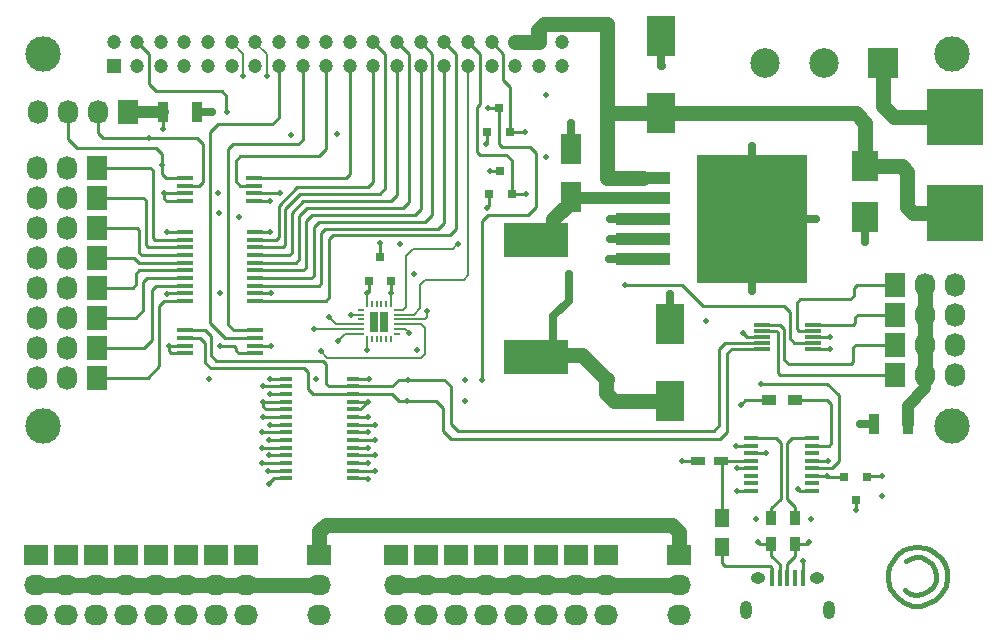
<source format=gbr>
G04 #@! TF.FileFunction,Copper,L1,Top,Signal*
%FSLAX46Y46*%
G04 Gerber Fmt 4.6, Leading zero omitted, Abs format (unit mm)*
G04 Created by KiCad (PCBNEW (2015-11-11 BZR 6310)-product) date Sun 20 Dec 2015 11:13:31 PM CST*
%MOMM*%
G01*
G04 APERTURE LIST*
%ADD10C,0.100000*%
%ADD11C,0.381000*%
%ADD12C,3.000000*%
%ADD13R,1.727200X2.032000*%
%ADD14O,1.727200X2.032000*%
%ADD15R,0.400000X1.350000*%
%ADD16O,1.250000X0.950000*%
%ADD17O,1.000000X1.550000*%
%ADD18R,0.800100X0.800100*%
%ADD19R,2.032000X1.727200*%
%ADD20O,2.032000X1.727200*%
%ADD21R,4.600000X1.100000*%
%ADD22R,9.400000X10.800000*%
%ADD23R,0.900000X1.200000*%
%ADD24R,2.400300X3.500120*%
%ADD25R,1.200000X0.400000*%
%ADD26R,1.200000X0.750000*%
%ADD27R,1.450000X0.450000*%
%ADD28R,1.100000X0.400000*%
%ADD29R,1.400000X0.300000*%
%ADD30R,0.200000X0.550000*%
%ADD31R,0.550000X0.200000*%
%ADD32R,0.800000X0.875000*%
%ADD33C,2.500000*%
%ADD34R,2.500000X2.500000*%
%ADD35R,1.200000X0.900000*%
%ADD36R,4.700000X4.700000*%
%ADD37R,1.200000X1.200000*%
%ADD38C,1.200000*%
%ADD39R,0.900000X1.700000*%
%ADD40R,2.301240X2.499360*%
%ADD41R,1.800860X2.499360*%
%ADD42R,1.250000X1.500000*%
%ADD43R,5.400040X2.900680*%
%ADD44C,0.508000*%
%ADD45C,0.203200*%
%ADD46C,0.254000*%
%ADD47C,0.635000*%
%ADD48C,1.016000*%
%ADD49C,1.270000*%
G04 APERTURE END LIST*
D10*
D11*
X184066180Y-125404880D02*
X184566560Y-125707140D01*
X184566560Y-125707140D02*
X185066940Y-125806200D01*
X185066940Y-125806200D02*
X185564780Y-125707140D01*
X185564780Y-125707140D02*
X186065160Y-125506480D01*
X186065160Y-125506480D02*
X186466480Y-125105160D01*
X186466480Y-125105160D02*
X186766200Y-124604780D01*
X186766200Y-124604780D02*
X186766200Y-124206000D01*
X186766200Y-124206000D02*
X186667140Y-123705620D01*
X186667140Y-123705620D02*
X186364880Y-123205240D01*
X186364880Y-123205240D02*
X186065160Y-122905520D01*
X186065160Y-122905520D02*
X185465720Y-122605800D01*
X185465720Y-122605800D02*
X185066940Y-122605800D01*
X185066940Y-122605800D02*
X184665620Y-122704860D01*
X184665620Y-122704860D02*
X184165240Y-122905520D01*
X185166000Y-121706640D02*
X185066940Y-121706640D01*
X185066940Y-121706640D02*
X184464960Y-121805700D01*
X184464960Y-121805700D02*
X183967120Y-122006360D01*
X183967120Y-122006360D02*
X183466740Y-122405140D01*
X183466740Y-122405140D02*
X182966360Y-123007120D01*
X182966360Y-123007120D02*
X182765700Y-123405900D01*
X182765700Y-123405900D02*
X182666640Y-123906280D01*
X182666640Y-123906280D02*
X182666640Y-124505720D01*
X182666640Y-124505720D02*
X182864760Y-125305820D01*
X182864760Y-125305820D02*
X183466740Y-126006860D01*
X183466740Y-126006860D02*
X183967120Y-126405640D01*
X183967120Y-126405640D02*
X184665620Y-126705360D01*
X184665620Y-126705360D02*
X185465720Y-126705360D01*
X185465720Y-126705360D02*
X186065160Y-126507240D01*
X186065160Y-126507240D02*
X186667140Y-126204980D01*
X186667140Y-126204980D02*
X187164980Y-125707140D01*
X187164980Y-125707140D02*
X187566300Y-125006100D01*
X187566300Y-125006100D02*
X187665360Y-124406660D01*
X187665360Y-124406660D02*
X187665360Y-123807220D01*
X187665360Y-123807220D02*
X187467240Y-123205240D01*
X187467240Y-123205240D02*
X187164980Y-122704860D01*
X187164980Y-122704860D02*
X186667140Y-122207020D01*
X186667140Y-122207020D02*
X186166760Y-121904760D01*
X186166760Y-121904760D02*
X185765440Y-121805700D01*
X185765440Y-121805700D02*
X185166000Y-121706640D01*
D12*
X188100000Y-111500000D03*
X111100000Y-111500000D03*
X188100000Y-80000000D03*
X111100000Y-80000000D03*
D13*
X183300000Y-99520000D03*
D14*
X185840000Y-99520000D03*
X188380000Y-99520000D03*
D13*
X183300000Y-102060000D03*
D14*
X185840000Y-102060000D03*
X188380000Y-102060000D03*
D13*
X183300000Y-104600000D03*
D14*
X185840000Y-104600000D03*
X188380000Y-104600000D03*
D13*
X183300000Y-107140000D03*
D14*
X185840000Y-107140000D03*
X188380000Y-107140000D03*
D13*
X115736000Y-89614000D03*
D14*
X113196000Y-89614000D03*
X110656000Y-89614000D03*
D13*
X115736000Y-92154000D03*
D14*
X113196000Y-92154000D03*
X110656000Y-92154000D03*
D13*
X115736000Y-94694000D03*
D14*
X113196000Y-94694000D03*
X110656000Y-94694000D03*
D13*
X115736000Y-97234000D03*
D14*
X113196000Y-97234000D03*
X110656000Y-97234000D03*
D13*
X115736000Y-99774000D03*
D14*
X113196000Y-99774000D03*
X110656000Y-99774000D03*
D13*
X115736000Y-102314000D03*
D14*
X113196000Y-102314000D03*
X110656000Y-102314000D03*
D13*
X115736000Y-104854000D03*
D14*
X113196000Y-104854000D03*
X110656000Y-104854000D03*
D13*
X115736000Y-107394000D03*
D14*
X113196000Y-107394000D03*
X110656000Y-107394000D03*
D15*
X172855100Y-124373460D03*
X173505100Y-124373460D03*
X174155100Y-124373460D03*
X174805100Y-124373460D03*
X175455100Y-124373460D03*
D16*
X171655100Y-124373460D03*
X176655100Y-124373460D03*
D17*
X170655100Y-127073460D03*
X177655100Y-127073460D03*
D18*
X148896000Y-91888760D03*
X150796000Y-91888760D03*
X149846000Y-89889780D03*
X148746000Y-86578760D03*
X150646000Y-86578760D03*
X149696000Y-84579780D03*
D19*
X110529000Y-122380000D03*
D20*
X110529000Y-124920000D03*
X110529000Y-127460000D03*
D19*
X113069000Y-122380000D03*
D20*
X113069000Y-124920000D03*
X113069000Y-127460000D03*
D19*
X115609000Y-122380000D03*
D20*
X115609000Y-124920000D03*
X115609000Y-127460000D03*
D19*
X118149000Y-122380000D03*
D20*
X118149000Y-124920000D03*
X118149000Y-127460000D03*
D19*
X120689000Y-122380000D03*
D20*
X120689000Y-124920000D03*
X120689000Y-127460000D03*
D19*
X123229000Y-122380000D03*
D20*
X123229000Y-124920000D03*
X123229000Y-127460000D03*
D19*
X125769000Y-122380000D03*
D20*
X125769000Y-124920000D03*
X125769000Y-127460000D03*
D19*
X128309000Y-122380000D03*
D20*
X128309000Y-124920000D03*
X128309000Y-127460000D03*
D19*
X141009000Y-122380000D03*
D20*
X141009000Y-124920000D03*
X141009000Y-127460000D03*
D19*
X143549000Y-122380000D03*
D20*
X143549000Y-124920000D03*
X143549000Y-127460000D03*
D19*
X146089000Y-122380000D03*
D20*
X146089000Y-124920000D03*
X146089000Y-127460000D03*
D19*
X148629000Y-122380000D03*
D20*
X148629000Y-124920000D03*
X148629000Y-127460000D03*
D19*
X151169000Y-122380000D03*
D20*
X151169000Y-124920000D03*
X151169000Y-127460000D03*
D19*
X153709000Y-122380000D03*
D20*
X153709000Y-124920000D03*
X153709000Y-127460000D03*
D19*
X156249000Y-122380000D03*
D20*
X156249000Y-124920000D03*
X156249000Y-127460000D03*
D19*
X158789000Y-122380000D03*
D20*
X158789000Y-124920000D03*
X158789000Y-127460000D03*
D21*
X161964000Y-97332000D03*
X161964000Y-95632000D03*
X161964000Y-92232000D03*
D22*
X171114000Y-93932000D03*
D21*
X161964000Y-93932000D03*
X161964000Y-90532000D03*
D23*
X174834000Y-119248000D03*
X174834000Y-121448000D03*
X172802000Y-119248000D03*
X172802000Y-121448000D03*
D19*
X134532000Y-122380000D03*
D20*
X134532000Y-124920000D03*
X134532000Y-127460000D03*
D19*
X165012000Y-122380000D03*
D20*
X165012000Y-124920000D03*
X165012000Y-127460000D03*
D24*
X163488000Y-84991200D03*
X163488000Y-78488800D03*
X164250000Y-109375200D03*
X164250000Y-102872800D03*
D25*
X176248000Y-116982500D03*
X176248000Y-116347500D03*
X176248000Y-115712500D03*
X176248000Y-115077500D03*
X176248000Y-114442500D03*
X176248000Y-113807500D03*
X176248000Y-113172500D03*
X176248000Y-112537500D03*
X171048000Y-112537500D03*
X171048000Y-113172500D03*
X171048000Y-113807500D03*
X171048000Y-114442500D03*
X171048000Y-115077500D03*
X171048000Y-115712500D03*
X171048000Y-116347500D03*
X171048000Y-116982500D03*
D26*
X168510000Y-114440000D03*
X166610000Y-114440000D03*
D27*
X129050000Y-105345000D03*
X129050000Y-104695000D03*
X129050000Y-104045000D03*
X129050000Y-103395000D03*
X123150000Y-103395000D03*
X123150000Y-104045000D03*
X123150000Y-104695000D03*
X123150000Y-105345000D03*
X129020000Y-92455000D03*
X129020000Y-91805000D03*
X129020000Y-91155000D03*
X129020000Y-90505000D03*
X123120000Y-90505000D03*
X123120000Y-91155000D03*
X123120000Y-91805000D03*
X123120000Y-92455000D03*
D28*
X131682000Y-107487000D03*
X131682000Y-108137000D03*
X131682000Y-108787000D03*
X131682000Y-109437000D03*
X131682000Y-110087000D03*
X131682000Y-110737000D03*
X131682000Y-111387000D03*
X131682000Y-112037000D03*
X131682000Y-112687000D03*
X131682000Y-113337000D03*
X131682000Y-113987000D03*
X131682000Y-114637000D03*
X131682000Y-115287000D03*
X131682000Y-115937000D03*
X137382000Y-115937000D03*
X137382000Y-115287000D03*
X137382000Y-114637000D03*
X137382000Y-113987000D03*
X137382000Y-113337000D03*
X137382000Y-112687000D03*
X137382000Y-112037000D03*
X137382000Y-111387000D03*
X137382000Y-110737000D03*
X137382000Y-110087000D03*
X137382000Y-109437000D03*
X137382000Y-108787000D03*
X137382000Y-108137000D03*
X137382000Y-107487000D03*
D29*
X176356000Y-104958000D03*
X176356000Y-104458000D03*
X176356000Y-103958000D03*
X176356000Y-103458000D03*
X176356000Y-102958000D03*
X171956000Y-102958000D03*
X171956000Y-103458000D03*
X171956000Y-103958000D03*
X171956000Y-104458000D03*
X171956000Y-104958000D03*
D13*
X118310000Y-84890000D03*
D14*
X115770000Y-84890000D03*
X113230000Y-84890000D03*
X110690000Y-84890000D03*
D27*
X129050000Y-100925000D03*
X129050000Y-100275000D03*
X129050000Y-99625000D03*
X129050000Y-98975000D03*
X129050000Y-98325000D03*
X129050000Y-97675000D03*
X129050000Y-97025000D03*
X129050000Y-96375000D03*
X129050000Y-95725000D03*
X129050000Y-95075000D03*
X123150000Y-95075000D03*
X123150000Y-95725000D03*
X123150000Y-96375000D03*
X123150000Y-97025000D03*
X123150000Y-97675000D03*
X123150000Y-98325000D03*
X123150000Y-98975000D03*
X123150000Y-99625000D03*
X123150000Y-100275000D03*
X123150000Y-100925000D03*
D30*
X138579000Y-104165000D03*
X138979000Y-104165000D03*
X139379000Y-104165000D03*
X139779000Y-104165000D03*
X140179000Y-104165000D03*
X140579000Y-104165000D03*
D31*
X141079000Y-103665000D03*
X141079000Y-103265000D03*
X141079000Y-102865000D03*
X141079000Y-102465000D03*
X141079000Y-102065000D03*
X141079000Y-101665000D03*
D30*
X140579000Y-101165000D03*
X140179000Y-101165000D03*
X139779000Y-101165000D03*
X139379000Y-101165000D03*
X138979000Y-101165000D03*
X138579000Y-101165000D03*
D31*
X138079000Y-101665000D03*
X138079000Y-102065000D03*
X138079000Y-102465000D03*
X138079000Y-102865000D03*
X138079000Y-103265000D03*
X138079000Y-103665000D03*
D32*
X139979000Y-102230000D03*
X139179000Y-102230000D03*
X139979000Y-103100000D03*
X139179000Y-103100000D03*
D33*
X172284000Y-80724000D03*
D34*
X182284000Y-80724000D03*
D33*
X177284000Y-80724000D03*
D35*
X174760000Y-109310000D03*
X172560000Y-109310000D03*
D18*
X180880000Y-115779240D03*
X178980000Y-115779240D03*
X179930000Y-117778220D03*
D36*
X188380000Y-93424000D03*
X188380000Y-85296000D03*
D37*
X117100000Y-81000000D03*
D38*
X117100000Y-79000000D03*
X119100000Y-81000000D03*
X119100000Y-79000000D03*
X121100000Y-81000000D03*
X121100000Y-79000000D03*
X123100000Y-81000000D03*
X123100000Y-79000000D03*
X125100000Y-81000000D03*
X125100000Y-79000000D03*
X127100000Y-81000000D03*
X127100000Y-79000000D03*
X129100000Y-81000000D03*
X129100000Y-79000000D03*
X131100000Y-81000000D03*
X131100000Y-79000000D03*
X133100000Y-81000000D03*
X133100000Y-79000000D03*
X135100000Y-81000000D03*
X135100000Y-79000000D03*
X137100000Y-81000000D03*
X137100000Y-79000000D03*
X139100000Y-81000000D03*
X139100000Y-79000000D03*
X141100000Y-81000000D03*
X141100000Y-79000000D03*
X143100000Y-81000000D03*
X143100000Y-79000000D03*
X145100000Y-81000000D03*
X145100000Y-79000000D03*
X147100000Y-81000000D03*
X147100000Y-79000000D03*
X149100000Y-81000000D03*
X149100000Y-79000000D03*
X151100000Y-81000000D03*
X151100000Y-79000000D03*
X153100000Y-81000000D03*
X153100000Y-79000000D03*
X155100000Y-81000000D03*
X155100000Y-79000000D03*
D39*
X121260000Y-84900000D03*
X124160000Y-84900000D03*
D18*
X138712000Y-99192760D03*
X140612000Y-99192760D03*
X139662000Y-97193780D03*
D40*
X180760000Y-89497160D03*
X180760000Y-93794840D03*
D41*
X155850000Y-92078980D03*
X155850000Y-88081020D03*
D42*
X168620000Y-119260000D03*
X168620000Y-121760000D03*
D39*
X184350000Y-111310000D03*
X181450000Y-111310000D03*
D43*
X152830000Y-95749540D03*
X152830000Y-105650460D03*
D44*
X142070000Y-103580000D03*
X138580000Y-105060000D03*
X131170000Y-91810000D03*
X127680000Y-93780000D03*
X132100000Y-86870000D03*
X136050000Y-86800000D03*
X148740000Y-93000000D03*
X148590000Y-87660000D03*
X130410000Y-104690000D03*
X130420000Y-100270000D03*
X152050000Y-91890000D03*
X160430000Y-99570000D03*
X148950000Y-89890000D03*
X151890000Y-86580000D03*
X138630000Y-110740000D03*
X148820000Y-84580000D03*
X148300000Y-107560000D03*
X141375000Y-96075000D03*
X142575000Y-98625000D03*
X142780000Y-105030000D03*
X137230000Y-102060000D03*
X130280000Y-116380000D03*
X129750000Y-109440000D03*
X138640000Y-109440000D03*
X130360000Y-92450000D03*
X126110000Y-104680000D03*
X167290000Y-102630000D03*
X159070000Y-97330000D03*
X180760000Y-95910000D03*
X177730000Y-104950000D03*
X177720000Y-103960000D03*
X164250000Y-100360000D03*
X138585000Y-100255000D03*
X134270000Y-107490000D03*
X182180000Y-117400000D03*
X182200000Y-115720000D03*
X165260000Y-114440000D03*
X171510000Y-119410000D03*
X176140000Y-119410000D03*
X159090000Y-93950000D03*
X171110000Y-100100000D03*
X176570000Y-93930000D03*
X171120000Y-87750000D03*
X155850000Y-85830000D03*
X163500000Y-81000000D03*
X177570000Y-114450000D03*
X169870000Y-115080000D03*
X175450000Y-122960000D03*
X130350000Y-107490000D03*
X129750000Y-108140000D03*
X130350000Y-108790000D03*
X125970000Y-91810000D03*
X126080000Y-100270000D03*
X121660000Y-95070000D03*
X121260000Y-86390000D03*
X171700000Y-121300000D03*
X175975000Y-121300000D03*
X159090000Y-95630000D03*
X172330000Y-113810000D03*
X139665000Y-96025000D03*
X153740000Y-83440000D03*
X153720000Y-88740000D03*
X125470000Y-84900000D03*
X125210000Y-107500000D03*
X126030000Y-93490000D03*
X180270000Y-111310000D03*
X170420000Y-103610000D03*
X146890000Y-109410000D03*
X146890000Y-107570000D03*
X138740000Y-107490000D03*
X121640000Y-100280000D03*
X141990000Y-107560000D03*
X141980000Y-109420000D03*
X129720000Y-110740000D03*
X130330000Y-111390000D03*
X121780000Y-104690000D03*
X121390000Y-91810000D03*
X120110000Y-87090000D03*
X121220000Y-89430000D03*
X130380000Y-95070000D03*
X129660000Y-112040000D03*
X130280000Y-112680000D03*
X129670000Y-113340000D03*
X130270000Y-113990000D03*
X129650000Y-114630000D03*
X130170000Y-115280000D03*
X138620000Y-115950000D03*
X139200000Y-115290000D03*
X138610000Y-114640000D03*
X139210000Y-113990000D03*
X138610000Y-113340000D03*
X139190000Y-112690000D03*
X138640000Y-112040000D03*
X139210000Y-111390000D03*
X171880000Y-107900000D03*
X158850000Y-107520000D03*
X158850000Y-108690000D03*
X155620000Y-98590000D03*
X175030000Y-116790000D03*
X140575000Y-100225000D03*
X143625000Y-101775000D03*
X134660000Y-105160000D03*
X146275000Y-96075000D03*
X135330000Y-102290000D03*
X128080000Y-81900000D03*
X134040000Y-103270000D03*
X136100000Y-104260000D03*
X130060000Y-81900000D03*
X179930000Y-118590000D03*
X169810000Y-113160000D03*
X177540000Y-115710000D03*
X126660000Y-84920000D03*
X170190000Y-109710000D03*
X169870000Y-116980000D03*
D45*
X141765000Y-103265000D02*
X142070000Y-103570000D01*
X141765000Y-103265000D02*
X141079000Y-103265000D01*
X142070000Y-103570000D02*
X142070000Y-103580000D01*
X138579000Y-105059000D02*
X138580000Y-105060000D01*
X138579000Y-105059000D02*
X138579000Y-104165000D01*
D46*
X129020000Y-91805000D02*
X131165000Y-91805000D01*
X131165000Y-91805000D02*
X131170000Y-91810000D01*
X148896000Y-92844000D02*
X148896000Y-91888760D01*
X148740000Y-93000000D02*
X148896000Y-92844000D01*
X148746000Y-87504000D02*
X148746000Y-86578760D01*
X148590000Y-87660000D02*
X148746000Y-87504000D01*
X129050000Y-104695000D02*
X130405000Y-104695000D01*
X130405000Y-104695000D02*
X130410000Y-104690000D01*
X130415000Y-100275000D02*
X129050000Y-100275000D01*
X130420000Y-100270000D02*
X130415000Y-100275000D01*
X147100000Y-79000000D02*
X147100000Y-79010000D01*
X147100000Y-79010000D02*
X148110000Y-80020000D01*
X148110000Y-80020000D02*
X148110000Y-84230000D01*
X148110000Y-84230000D02*
X147870000Y-84470000D01*
X147870000Y-84470000D02*
X147870000Y-88310000D01*
X147870000Y-88310000D02*
X148110000Y-88550000D01*
X148110000Y-88550000D02*
X150350000Y-88550000D01*
X150350000Y-88550000D02*
X150796000Y-88996000D01*
X150796000Y-88996000D02*
X150796000Y-91888760D01*
X150796000Y-91888760D02*
X152048760Y-91888760D01*
X152048760Y-91888760D02*
X152050000Y-91890000D01*
X176356000Y-104458000D02*
X174748000Y-104458000D01*
X165210000Y-99570000D02*
X160430000Y-99570000D01*
X166990000Y-101350000D02*
X165210000Y-99570000D01*
X173850000Y-101350000D02*
X166990000Y-101350000D01*
X174350000Y-101850000D02*
X173850000Y-101350000D01*
X174350000Y-104060000D02*
X174350000Y-101850000D01*
X174748000Y-104458000D02*
X174350000Y-104060000D01*
X149846000Y-89889780D02*
X148950220Y-89889780D01*
X148950220Y-89889780D02*
X148950000Y-89890000D01*
X150646000Y-86578760D02*
X150646000Y-82786000D01*
X150070000Y-79970000D02*
X149100000Y-79000000D01*
X150070000Y-82210000D02*
X150070000Y-79970000D01*
X150646000Y-82786000D02*
X150070000Y-82210000D01*
X150646000Y-86578760D02*
X151888760Y-86578760D01*
X151888760Y-86578760D02*
X151890000Y-86580000D01*
X149100000Y-79000000D02*
X149100000Y-79010000D01*
X150750000Y-86474760D02*
X150646000Y-86578760D01*
X148300000Y-107560000D02*
X148300000Y-94180000D01*
X148300000Y-94180000D02*
X148820000Y-93660000D01*
X148820000Y-93660000D02*
X152150000Y-93660000D01*
X152150000Y-93660000D02*
X152860000Y-92950000D01*
X152860000Y-92950000D02*
X152860000Y-88410000D01*
X152860000Y-88410000D02*
X152320000Y-87870000D01*
X152320000Y-87870000D02*
X149970000Y-87870000D01*
X149970000Y-87870000D02*
X149720000Y-87620000D01*
X149720000Y-87620000D02*
X149720000Y-84603780D01*
X137382000Y-110737000D02*
X138627000Y-110737000D01*
X138627000Y-110737000D02*
X138630000Y-110740000D01*
X149720000Y-84603780D02*
X149696000Y-84579780D01*
X149696000Y-84579780D02*
X148820220Y-84579780D01*
X148820220Y-84579780D02*
X148820000Y-84580000D01*
D45*
X138079000Y-102065000D02*
X137235000Y-102065000D01*
X137235000Y-102065000D02*
X137230000Y-102060000D01*
D46*
X131682000Y-115937000D02*
X130693000Y-115937000D01*
X130280000Y-116350000D02*
X130280000Y-116380000D01*
X130693000Y-115937000D02*
X130280000Y-116350000D01*
X131682000Y-110087000D02*
X129977000Y-110087000D01*
X129753000Y-109437000D02*
X129750000Y-109440000D01*
X129753000Y-109437000D02*
X131682000Y-109437000D01*
X129750000Y-109860000D02*
X129750000Y-109440000D01*
X129977000Y-110087000D02*
X129750000Y-109860000D01*
X137993000Y-110087000D02*
X138640000Y-109440000D01*
X137382000Y-110087000D02*
X137993000Y-110087000D01*
X138637000Y-109437000D02*
X137382000Y-109437000D01*
X138637000Y-109437000D02*
X138640000Y-109440000D01*
X129020000Y-92455000D02*
X130355000Y-92455000D01*
X130355000Y-92455000D02*
X130360000Y-92450000D01*
X129050000Y-105345000D02*
X127705000Y-105345000D01*
X127300000Y-104680000D02*
X126110000Y-104680000D01*
X127490000Y-104870000D02*
X127300000Y-104680000D01*
X127490000Y-105130000D02*
X127490000Y-104870000D01*
X127705000Y-105345000D02*
X127490000Y-105130000D01*
X138712000Y-99192760D02*
X138712000Y-100128000D01*
X138712000Y-100128000D02*
X138585000Y-100255000D01*
D47*
X159072000Y-97332000D02*
X159070000Y-97330000D01*
X159072000Y-97332000D02*
X161964000Y-97332000D01*
X180760000Y-93794840D02*
X180760000Y-95910000D01*
D46*
X176356000Y-104958000D02*
X177722000Y-104958000D01*
X177722000Y-104958000D02*
X177730000Y-104950000D01*
X176356000Y-103958000D02*
X177718000Y-103958000D01*
X177718000Y-103958000D02*
X177720000Y-103960000D01*
D47*
X164250000Y-102872800D02*
X164250000Y-100360000D01*
D45*
X138579000Y-101165000D02*
X138579000Y-100261000D01*
X138579000Y-100261000D02*
X138585000Y-100255000D01*
D46*
X182180000Y-115700000D02*
X180959240Y-115700000D01*
X182200000Y-115720000D02*
X182180000Y-115700000D01*
X180959240Y-115700000D02*
X180880000Y-115779240D01*
X165260000Y-114440000D02*
X166610000Y-114440000D01*
D47*
X161964000Y-93932000D02*
X159108000Y-93932000D01*
X159108000Y-93932000D02*
X159090000Y-93950000D01*
X171114000Y-93932000D02*
X171114000Y-100096000D01*
X171114000Y-100096000D02*
X171110000Y-100100000D01*
X171114000Y-93932000D02*
X176568000Y-93932000D01*
X176568000Y-93932000D02*
X176570000Y-93930000D01*
X171114000Y-93932000D02*
X171114000Y-87756000D01*
X171114000Y-87756000D02*
X171120000Y-87750000D01*
X155850000Y-88081020D02*
X155850000Y-85830000D01*
X163488000Y-78488800D02*
X163488000Y-80988000D01*
X163488000Y-80988000D02*
X163500000Y-81000000D01*
D46*
X176248000Y-114442500D02*
X177562500Y-114442500D01*
X177562500Y-114442500D02*
X177570000Y-114450000D01*
X171048000Y-115077500D02*
X169872500Y-115077500D01*
X169872500Y-115077500D02*
X169870000Y-115080000D01*
X175455100Y-124373460D02*
X175455100Y-122965100D01*
X175455100Y-122965100D02*
X175450000Y-122960000D01*
X131682000Y-107487000D02*
X130353000Y-107487000D01*
X130353000Y-107487000D02*
X130350000Y-107490000D01*
X131682000Y-108137000D02*
X129753000Y-108137000D01*
X129753000Y-108137000D02*
X129750000Y-108140000D01*
X131682000Y-108787000D02*
X130353000Y-108787000D01*
X130353000Y-108787000D02*
X130350000Y-108790000D01*
X123150000Y-95075000D02*
X121665000Y-95075000D01*
X121665000Y-95075000D02*
X121660000Y-95070000D01*
X121260000Y-84900000D02*
X121260000Y-86390000D01*
D48*
X121260000Y-84900000D02*
X118320000Y-84900000D01*
X118320000Y-84900000D02*
X118310000Y-84890000D01*
D46*
X176356000Y-103458000D02*
X175098000Y-103458000D01*
X180020000Y-99520000D02*
X183300000Y-99520000D01*
X179770000Y-99770000D02*
X180020000Y-99520000D01*
X179770000Y-100490000D02*
X179770000Y-99770000D01*
X179480000Y-100780000D02*
X179770000Y-100490000D01*
X175210000Y-100780000D02*
X179480000Y-100780000D01*
X174930000Y-101060000D02*
X175210000Y-100780000D01*
X174930000Y-103290000D02*
X174930000Y-101060000D01*
X175098000Y-103458000D02*
X174930000Y-103290000D01*
X176356000Y-102958000D02*
X179662000Y-102958000D01*
X180090000Y-102060000D02*
X183300000Y-102060000D01*
X179880000Y-102270000D02*
X180090000Y-102060000D01*
X179880000Y-102740000D02*
X179880000Y-102270000D01*
X179662000Y-102958000D02*
X179880000Y-102740000D01*
X171956000Y-102958000D02*
X173538000Y-102958000D01*
X179970000Y-104600000D02*
X183300000Y-104600000D01*
X179740000Y-104830000D02*
X179970000Y-104600000D01*
X179740000Y-106060000D02*
X179740000Y-104830000D01*
X179520000Y-106280000D02*
X179740000Y-106060000D01*
X174250000Y-106280000D02*
X179520000Y-106280000D01*
X173840000Y-105870000D02*
X174250000Y-106280000D01*
X173840000Y-103260000D02*
X173840000Y-105870000D01*
X173538000Y-102958000D02*
X173840000Y-103260000D01*
X171956000Y-103458000D02*
X173228000Y-103458000D01*
X173530000Y-107140000D02*
X183300000Y-107140000D01*
X173360000Y-106970000D02*
X173530000Y-107140000D01*
X173360000Y-103590000D02*
X173360000Y-106970000D01*
X173228000Y-103458000D02*
X173360000Y-103590000D01*
X123150000Y-95725000D02*
X120595000Y-95725000D01*
X120184000Y-89614000D02*
X115736000Y-89614000D01*
X120420000Y-89850000D02*
X120184000Y-89614000D01*
X120420000Y-95550000D02*
X120420000Y-89850000D01*
X120595000Y-95725000D02*
X120420000Y-95550000D01*
X123150000Y-96375000D02*
X120035000Y-96375000D01*
X119614000Y-92154000D02*
X115736000Y-92154000D01*
X119810000Y-92350000D02*
X119614000Y-92154000D01*
X119810000Y-96150000D02*
X119810000Y-92350000D01*
X120035000Y-96375000D02*
X119810000Y-96150000D01*
X123150000Y-97025000D02*
X119465000Y-97025000D01*
X119064000Y-94694000D02*
X115736000Y-94694000D01*
X119250000Y-94880000D02*
X119064000Y-94694000D01*
X119250000Y-96810000D02*
X119250000Y-94880000D01*
X119465000Y-97025000D02*
X119250000Y-96810000D01*
X123150000Y-97675000D02*
X119285000Y-97675000D01*
X118844000Y-97234000D02*
X115736000Y-97234000D01*
X119285000Y-97675000D02*
X118844000Y-97234000D01*
X123150000Y-98325000D02*
X119245000Y-98325000D01*
X118706000Y-99774000D02*
X115736000Y-99774000D01*
X118970000Y-99510000D02*
X118706000Y-99774000D01*
X118970000Y-98600000D02*
X118970000Y-99510000D01*
X119245000Y-98325000D02*
X118970000Y-98600000D01*
X123150000Y-98975000D02*
X119955000Y-98975000D01*
X118966000Y-102314000D02*
X115736000Y-102314000D01*
X119620000Y-101660000D02*
X118966000Y-102314000D01*
X119620000Y-99310000D02*
X119620000Y-101660000D01*
X119955000Y-98975000D02*
X119620000Y-99310000D01*
X123150000Y-99625000D02*
X120685000Y-99625000D01*
X119676000Y-104854000D02*
X115736000Y-104854000D01*
X120350000Y-104180000D02*
X119676000Y-104854000D01*
X120350000Y-99960000D02*
X120350000Y-104180000D01*
X120685000Y-99625000D02*
X120350000Y-99960000D01*
X123150000Y-100925000D02*
X121385000Y-100925000D01*
X120016000Y-107394000D02*
X115736000Y-107394000D01*
X120980000Y-106430000D02*
X120016000Y-107394000D01*
X120980000Y-101330000D02*
X120980000Y-106430000D01*
X121385000Y-100925000D02*
X120980000Y-101330000D01*
X172855100Y-124373460D02*
X172855100Y-123525100D01*
X168620000Y-123100000D02*
X168620000Y-121760000D01*
X168870000Y-123350000D02*
X168620000Y-123100000D01*
X172680000Y-123350000D02*
X168870000Y-123350000D01*
X172855100Y-123525100D02*
X172680000Y-123350000D01*
X171848000Y-121448000D02*
X172802000Y-121448000D01*
X171700000Y-121300000D02*
X171848000Y-121448000D01*
X173505100Y-124373460D02*
X173505100Y-123165100D01*
X172802000Y-122462000D02*
X172802000Y-121448000D01*
X173505100Y-123165100D02*
X172802000Y-122462000D01*
X175827000Y-121448000D02*
X174834000Y-121448000D01*
X175975000Y-121300000D02*
X175827000Y-121448000D01*
X174155100Y-124373460D02*
X174155100Y-123144900D01*
X174834000Y-122466000D02*
X174834000Y-121448000D01*
X174155100Y-123144900D02*
X174834000Y-122466000D01*
D49*
X128309000Y-124920000D02*
X134532000Y-124920000D01*
X125769000Y-124920000D02*
X128309000Y-124920000D01*
X123229000Y-124920000D02*
X125769000Y-124920000D01*
X120689000Y-124920000D02*
X123229000Y-124920000D01*
X118149000Y-124920000D02*
X120689000Y-124920000D01*
X115609000Y-124920000D02*
X118149000Y-124920000D01*
X113069000Y-124920000D02*
X115609000Y-124920000D01*
X110529000Y-124920000D02*
X113069000Y-124920000D01*
X158789000Y-124920000D02*
X165012000Y-124920000D01*
X156249000Y-124920000D02*
X158789000Y-124920000D01*
X153709000Y-124920000D02*
X156249000Y-124920000D01*
X151169000Y-124920000D02*
X153709000Y-124920000D01*
X148629000Y-124920000D02*
X151169000Y-124920000D01*
X146089000Y-124920000D02*
X148629000Y-124920000D01*
X143549000Y-124920000D02*
X146089000Y-124920000D01*
X141009000Y-124920000D02*
X143549000Y-124920000D01*
D47*
X161964000Y-95632000D02*
X159092000Y-95632000D01*
X159092000Y-95632000D02*
X159090000Y-95630000D01*
D46*
X159092000Y-95632000D02*
X159090000Y-95630000D01*
D49*
X155850000Y-92078980D02*
X155850000Y-92640000D01*
X155910000Y-92420000D02*
X154344000Y-93986000D01*
X154344000Y-93986000D02*
X154344000Y-96400880D01*
D48*
X161964000Y-92232000D02*
X156003020Y-92232000D01*
X156003020Y-92232000D02*
X155850000Y-92078980D01*
D49*
X158860000Y-84991200D02*
X158860000Y-90500000D01*
X158860000Y-90500000D02*
X158892000Y-90532000D01*
X158892000Y-90532000D02*
X161964000Y-90532000D01*
X163488000Y-84991200D02*
X158860000Y-84991200D01*
X158860000Y-84991200D02*
X158877000Y-84974200D01*
X158877000Y-84974200D02*
X158877000Y-77470000D01*
X158877000Y-77470000D02*
X153543000Y-77470000D01*
X153543000Y-77470000D02*
X153100000Y-77913000D01*
X153100000Y-77913000D02*
X153100000Y-79000000D01*
X151100000Y-79000000D02*
X153100000Y-79000000D01*
X153100000Y-79000000D02*
X153035000Y-78935000D01*
X153035000Y-78935000D02*
X153035000Y-77978000D01*
X153035000Y-77978000D02*
X153543000Y-77470000D01*
X153543000Y-77470000D02*
X158877000Y-77470000D01*
X158877000Y-77470000D02*
X158860000Y-77487000D01*
X158860000Y-77487000D02*
X158860000Y-84991200D01*
D48*
X161964000Y-90532000D02*
X158892000Y-90532000D01*
X158892000Y-90532000D02*
X158860000Y-90500000D01*
D49*
X180760000Y-89497160D02*
X180760000Y-85830000D01*
X180760000Y-85830000D02*
X179921200Y-84991200D01*
X179921200Y-84991200D02*
X163488000Y-84991200D01*
X188380000Y-93424000D02*
X184794000Y-93424000D01*
X183827160Y-89497160D02*
X180760000Y-89497160D01*
X184290000Y-89960000D02*
X183827160Y-89497160D01*
X184290000Y-92920000D02*
X184290000Y-89960000D01*
X184794000Y-93424000D02*
X184290000Y-92920000D01*
D46*
X131100000Y-81000000D02*
X131100000Y-85410000D01*
X126539000Y-104045000D02*
X129050000Y-104045000D01*
X125290000Y-102796000D02*
X126539000Y-104045000D01*
X125290000Y-86570000D02*
X125290000Y-102796000D01*
X125900000Y-85960000D02*
X125290000Y-86570000D01*
X130550000Y-85960000D02*
X125900000Y-85960000D01*
X131100000Y-85410000D02*
X130550000Y-85960000D01*
X133100000Y-81000000D02*
X133100000Y-87270000D01*
X127261000Y-103395000D02*
X129050000Y-103395000D01*
X126800000Y-102934000D02*
X127261000Y-103395000D01*
X126800000Y-88050000D02*
X126800000Y-102934000D01*
X127210000Y-87640000D02*
X126800000Y-88050000D01*
X132730000Y-87640000D02*
X127210000Y-87640000D01*
X133100000Y-87270000D02*
X132730000Y-87640000D01*
X171048000Y-113807500D02*
X172327500Y-113807500D01*
X172327500Y-113807500D02*
X172330000Y-113810000D01*
X174834000Y-119248000D02*
X174834000Y-118394000D01*
X174522500Y-112537500D02*
X176248000Y-112537500D01*
X174120000Y-112940000D02*
X174522500Y-112537500D01*
X174120000Y-117680000D02*
X174120000Y-112940000D01*
X174834000Y-118394000D02*
X174120000Y-117680000D01*
X172802000Y-119248000D02*
X172802000Y-118468000D01*
X173157500Y-112537500D02*
X171048000Y-112537500D01*
X173570000Y-112950000D02*
X173157500Y-112537500D01*
X173570000Y-117700000D02*
X173570000Y-112950000D01*
X172802000Y-118468000D02*
X173570000Y-117700000D01*
X135100000Y-81000000D02*
X135100000Y-88060000D01*
X127835000Y-91155000D02*
X129020000Y-91155000D01*
X127430000Y-90750000D02*
X127835000Y-91155000D01*
X127430000Y-89040000D02*
X127430000Y-90750000D01*
X127820000Y-88650000D02*
X127430000Y-89040000D01*
X134510000Y-88650000D02*
X127820000Y-88650000D01*
X135100000Y-88060000D02*
X134510000Y-88650000D01*
X129020000Y-90505000D02*
X136775000Y-90505000D01*
X137100000Y-90180000D02*
X137100000Y-81000000D01*
X136775000Y-90505000D02*
X137100000Y-90180000D01*
D47*
X124160000Y-84900000D02*
X125470000Y-84900000D01*
X181450000Y-111310000D02*
X180270000Y-111310000D01*
D46*
X170768000Y-103958000D02*
X170420000Y-103610000D01*
X170768000Y-103958000D02*
X171956000Y-103958000D01*
X139662000Y-96028000D02*
X139665000Y-96025000D01*
X139662000Y-96028000D02*
X139662000Y-97193780D01*
X137382000Y-107487000D02*
X138737000Y-107487000D01*
X138737000Y-107487000D02*
X138740000Y-107490000D01*
X121645000Y-100275000D02*
X121640000Y-100280000D01*
X121645000Y-100275000D02*
X123150000Y-100275000D01*
X171956000Y-104458000D02*
X168882000Y-104458000D01*
X140663000Y-108137000D02*
X137382000Y-108137000D01*
X141240000Y-107560000D02*
X140663000Y-108137000D01*
X145110000Y-107560000D02*
X141990000Y-107560000D01*
X141990000Y-107560000D02*
X141240000Y-107560000D01*
X145700000Y-108150000D02*
X145110000Y-107560000D01*
X145700000Y-111330000D02*
X145700000Y-108150000D01*
X146280000Y-111910000D02*
X145700000Y-111330000D01*
X167900000Y-111910000D02*
X146280000Y-111910000D01*
X168370000Y-111440000D02*
X167900000Y-111910000D01*
X168370000Y-104970000D02*
X168370000Y-111440000D01*
X168882000Y-104458000D02*
X168370000Y-104970000D01*
X135120000Y-106250000D02*
X135120000Y-107940000D01*
X134830000Y-105960000D02*
X135120000Y-106250000D01*
X125780000Y-105960000D02*
X134830000Y-105960000D01*
X125330000Y-105510000D02*
X125780000Y-105960000D01*
X125330000Y-103880000D02*
X125330000Y-105510000D01*
X124845000Y-103395000D02*
X125330000Y-103880000D01*
X123150000Y-103395000D02*
X124845000Y-103395000D01*
X135317000Y-108137000D02*
X137382000Y-108137000D01*
X135120000Y-107940000D02*
X135317000Y-108137000D01*
X171956000Y-104958000D02*
X169422000Y-104958000D01*
X140667000Y-108787000D02*
X137382000Y-108787000D01*
X141300000Y-109420000D02*
X140667000Y-108787000D01*
X144390000Y-109420000D02*
X141980000Y-109420000D01*
X141980000Y-109420000D02*
X141300000Y-109420000D01*
X144980000Y-110010000D02*
X144390000Y-109420000D01*
X144980000Y-111910000D02*
X144980000Y-110010000D01*
X145670000Y-112600000D02*
X144980000Y-111910000D01*
X168410000Y-112600000D02*
X145670000Y-112600000D01*
X169040000Y-111970000D02*
X168410000Y-112600000D01*
X169040000Y-105340000D02*
X169040000Y-111970000D01*
X169422000Y-104958000D02*
X169040000Y-105340000D01*
X123150000Y-104045000D02*
X124415000Y-104045000D01*
X133967000Y-108787000D02*
X137382000Y-108787000D01*
X133570000Y-108390000D02*
X133967000Y-108787000D01*
X133570000Y-106950000D02*
X133570000Y-108390000D01*
X133240000Y-106620000D02*
X133570000Y-106950000D01*
X125310000Y-106620000D02*
X133240000Y-106620000D01*
X124820000Y-106130000D02*
X125310000Y-106620000D01*
X124820000Y-104450000D02*
X124820000Y-106130000D01*
X124415000Y-104045000D02*
X124820000Y-104450000D01*
X129723000Y-110737000D02*
X129720000Y-110740000D01*
X129723000Y-110737000D02*
X131682000Y-110737000D01*
X130333000Y-111387000D02*
X130330000Y-111390000D01*
X130333000Y-111387000D02*
X131682000Y-111387000D01*
X123150000Y-105345000D02*
X121965000Y-105345000D01*
X121780000Y-105160000D02*
X121780000Y-104690000D01*
X121965000Y-105345000D02*
X121780000Y-105160000D01*
X123150000Y-104695000D02*
X121785000Y-104695000D01*
X121785000Y-104695000D02*
X121780000Y-104690000D01*
X123120000Y-92455000D02*
X121595000Y-92455000D01*
X121390000Y-92250000D02*
X121390000Y-91810000D01*
X121595000Y-92455000D02*
X121390000Y-92250000D01*
X123120000Y-91805000D02*
X121395000Y-91805000D01*
X121395000Y-91805000D02*
X121390000Y-91810000D01*
X123120000Y-91155000D02*
X124365000Y-91155000D01*
X115770000Y-86660000D02*
X115770000Y-84890000D01*
X116200000Y-87090000D02*
X115770000Y-86660000D01*
X124150000Y-87090000D02*
X120110000Y-87090000D01*
X120110000Y-87090000D02*
X116200000Y-87090000D01*
X124660000Y-87600000D02*
X124150000Y-87090000D01*
X124660000Y-90860000D02*
X124660000Y-87600000D01*
X124365000Y-91155000D02*
X124660000Y-90860000D01*
X121220000Y-89430000D02*
X121230000Y-89430000D01*
X123120000Y-90505000D02*
X121555000Y-90505000D01*
X113230000Y-87190000D02*
X113230000Y-84890000D01*
X113980000Y-87940000D02*
X113230000Y-87190000D01*
X120720000Y-87940000D02*
X113980000Y-87940000D01*
X121230000Y-88450000D02*
X120720000Y-87940000D01*
X121230000Y-90180000D02*
X121230000Y-89430000D01*
X121230000Y-89430000D02*
X121230000Y-88450000D01*
X121555000Y-90505000D02*
X121230000Y-90180000D01*
X129050000Y-95075000D02*
X130375000Y-95075000D01*
X130375000Y-95075000D02*
X130380000Y-95070000D01*
X131682000Y-112037000D02*
X129663000Y-112037000D01*
X129663000Y-112037000D02*
X129660000Y-112040000D01*
X130287000Y-112687000D02*
X130280000Y-112680000D01*
X130287000Y-112687000D02*
X131682000Y-112687000D01*
X131682000Y-113337000D02*
X129673000Y-113337000D01*
X129673000Y-113337000D02*
X129670000Y-113340000D01*
X130273000Y-113987000D02*
X131682000Y-113987000D01*
X130273000Y-113987000D02*
X130270000Y-113990000D01*
X129657000Y-114637000D02*
X131682000Y-114637000D01*
X129657000Y-114637000D02*
X129650000Y-114630000D01*
X131682000Y-115287000D02*
X130177000Y-115287000D01*
X130177000Y-115287000D02*
X130170000Y-115280000D01*
X137382000Y-115937000D02*
X138607000Y-115937000D01*
X138607000Y-115937000D02*
X138620000Y-115950000D01*
X137382000Y-115287000D02*
X139197000Y-115287000D01*
X139197000Y-115287000D02*
X139200000Y-115290000D01*
X137382000Y-114637000D02*
X138607000Y-114637000D01*
X138607000Y-114637000D02*
X138610000Y-114640000D01*
X139207000Y-113987000D02*
X139210000Y-113990000D01*
X137382000Y-113987000D02*
X139207000Y-113987000D01*
X137382000Y-113337000D02*
X138607000Y-113337000D01*
X138607000Y-113337000D02*
X138610000Y-113340000D01*
X137382000Y-112687000D02*
X139187000Y-112687000D01*
X139187000Y-112687000D02*
X139190000Y-112690000D01*
X137382000Y-112037000D02*
X138637000Y-112037000D01*
X138637000Y-112037000D02*
X138640000Y-112040000D01*
X137382000Y-111387000D02*
X139207000Y-111387000D01*
X139207000Y-111387000D02*
X139210000Y-111390000D01*
X176248000Y-115077500D02*
X177902500Y-115077500D01*
X177520000Y-107900000D02*
X171880000Y-107900000D01*
X178520000Y-108900000D02*
X177520000Y-107900000D01*
X178520000Y-114460000D02*
X178520000Y-108900000D01*
X177902500Y-115077500D02*
X178520000Y-114460000D01*
D49*
X158843760Y-107526240D02*
X158760000Y-107526240D01*
X158850000Y-107520000D02*
X158843760Y-107526240D01*
X158850000Y-108690000D02*
X158760000Y-108690000D01*
D47*
X155620000Y-98590000D02*
X155620000Y-100890000D01*
X154344000Y-102166000D02*
X154344000Y-105523120D01*
X155620000Y-100890000D02*
X154344000Y-102166000D01*
D49*
X154344000Y-105523120D02*
X156756880Y-105523120D01*
X156756880Y-105523120D02*
X158760000Y-107526240D01*
X158760000Y-107526240D02*
X158760000Y-108690000D01*
X158760000Y-108690000D02*
X159445200Y-109375200D01*
X159445200Y-109375200D02*
X164250000Y-109375200D01*
X165012000Y-122380000D02*
X165012000Y-120472000D01*
X134532000Y-120388000D02*
X134532000Y-122380000D01*
X135080000Y-119840000D02*
X134532000Y-120388000D01*
X164380000Y-119840000D02*
X135080000Y-119840000D01*
X165012000Y-120472000D02*
X164380000Y-119840000D01*
D46*
X176248000Y-116982500D02*
X175232500Y-116982500D01*
X175040000Y-116790000D02*
X175030000Y-116790000D01*
X175232500Y-116982500D02*
X175040000Y-116790000D01*
X171048000Y-114442500D02*
X168512500Y-114442500D01*
X168512500Y-114442500D02*
X168510000Y-114440000D01*
X168620000Y-119260000D02*
X168620000Y-114550000D01*
X168620000Y-114550000D02*
X168510000Y-114440000D01*
X140612000Y-99192760D02*
X140612000Y-100188000D01*
X140612000Y-100188000D02*
X140575000Y-100225000D01*
D45*
X140579000Y-100229000D02*
X140575000Y-100225000D01*
X140579000Y-100229000D02*
X140579000Y-101165000D01*
X141079000Y-102465000D02*
X143460000Y-102465000D01*
X143625000Y-102300000D02*
X143625000Y-101775000D01*
X143460000Y-102465000D02*
X143625000Y-102300000D01*
D46*
X139100000Y-81000000D02*
X139100000Y-90824000D01*
X130855000Y-95725000D02*
X131080000Y-95500000D01*
X131080000Y-95500000D02*
X131080000Y-92870000D01*
X131080000Y-92870000D02*
X132650000Y-91300000D01*
X132650000Y-91300000D02*
X138624000Y-91300000D01*
X138624000Y-91300000D02*
X139100000Y-90824000D01*
X130855000Y-95725000D02*
X129050000Y-95725000D01*
X129050000Y-96375000D02*
X131435000Y-96375000D01*
X140110000Y-80010000D02*
X139100000Y-79000000D01*
X140110000Y-91384000D02*
X140110000Y-80010000D01*
X139634000Y-91860000D02*
X140110000Y-91384000D01*
X132920000Y-91860000D02*
X139634000Y-91860000D01*
X131630000Y-93150000D02*
X132920000Y-91860000D01*
X131630000Y-96180000D02*
X131630000Y-93150000D01*
X131435000Y-96375000D02*
X131630000Y-96180000D01*
X129050000Y-97025000D02*
X131985000Y-97025000D01*
X141100000Y-91929000D02*
X141100000Y-81000000D01*
X140569000Y-92460000D02*
X141100000Y-91929000D01*
X133160000Y-92460000D02*
X140569000Y-92460000D01*
X132200000Y-93420000D02*
X133160000Y-92460000D01*
X132200000Y-96810000D02*
X132200000Y-93420000D01*
X131985000Y-97025000D02*
X132200000Y-96810000D01*
X129050000Y-97675000D02*
X132515000Y-97675000D01*
X142120000Y-80020000D02*
X141100000Y-79000000D01*
X142120000Y-92549000D02*
X142120000Y-80020000D01*
X141639000Y-93030000D02*
X142120000Y-92549000D01*
X133500000Y-93030000D02*
X141639000Y-93030000D01*
X132800000Y-93730000D02*
X133500000Y-93030000D01*
X132800000Y-97390000D02*
X132800000Y-93730000D01*
X132515000Y-97675000D02*
X132800000Y-97390000D01*
X129050000Y-98325000D02*
X133175000Y-98325000D01*
X143100000Y-93139000D02*
X143100000Y-81000000D01*
X142604000Y-93635000D02*
X143100000Y-93139000D01*
X133925000Y-93635000D02*
X142604000Y-93635000D01*
X133410000Y-94150000D02*
X133925000Y-93635000D01*
X133410000Y-98090000D02*
X133410000Y-94150000D01*
X133175000Y-98325000D02*
X133410000Y-98090000D01*
X129050000Y-98975000D02*
X133835000Y-98975000D01*
X144090000Y-79990000D02*
X143100000Y-79000000D01*
X144090000Y-93610000D02*
X144090000Y-79990000D01*
X143500000Y-94200000D02*
X144090000Y-93610000D01*
X134530000Y-94200000D02*
X143500000Y-94200000D01*
X134050000Y-94680000D02*
X134530000Y-94200000D01*
X134050000Y-98760000D02*
X134050000Y-94680000D01*
X133835000Y-98975000D02*
X134050000Y-98760000D01*
X129050000Y-99625000D02*
X134475000Y-99625000D01*
X145100000Y-94305000D02*
X145100000Y-81000000D01*
X144595000Y-94810000D02*
X145100000Y-94305000D01*
X135020000Y-94810000D02*
X144595000Y-94810000D01*
X134690000Y-95140000D02*
X135020000Y-94810000D01*
X134690000Y-99410000D02*
X134690000Y-95140000D01*
X134475000Y-99625000D02*
X134690000Y-99410000D01*
X135360000Y-100610000D02*
X135360000Y-95700000D01*
X145605000Y-95350000D02*
X146100000Y-94855000D01*
X135710000Y-95350000D02*
X145605000Y-95350000D01*
X135360000Y-95700000D02*
X135710000Y-95350000D01*
X146100000Y-94855000D02*
X146100000Y-80000000D01*
X129050000Y-100925000D02*
X135045000Y-100925000D01*
X146100000Y-80000000D02*
X145100000Y-79000000D01*
X135045000Y-100925000D02*
X135360000Y-100610000D01*
D45*
X135200000Y-105700000D02*
X143125000Y-105700000D01*
X143090000Y-102865000D02*
X141079000Y-102865000D01*
X143450000Y-103225000D02*
X143090000Y-102865000D01*
X143450000Y-105375000D02*
X143450000Y-103225000D01*
X143125000Y-105700000D02*
X143450000Y-105375000D01*
X134660000Y-105160000D02*
X135200000Y-105700000D01*
X141079000Y-102065000D02*
X142510000Y-102065000D01*
X147100000Y-98750000D02*
X147100000Y-81000000D01*
X146750000Y-99100000D02*
X147100000Y-98750000D01*
X143500000Y-99100000D02*
X146750000Y-99100000D01*
X143075000Y-99525000D02*
X143500000Y-99100000D01*
X143075000Y-101500000D02*
X143075000Y-99525000D01*
X142510000Y-102065000D02*
X143075000Y-101500000D01*
X141079000Y-101665000D02*
X141610000Y-101665000D01*
X146200000Y-96075000D02*
X146275000Y-96075000D01*
X145800000Y-96475000D02*
X146200000Y-96075000D01*
X142450000Y-96475000D02*
X145800000Y-96475000D01*
X141825000Y-97100000D02*
X142450000Y-96475000D01*
X141825000Y-101450000D02*
X141825000Y-97100000D01*
X141610000Y-101665000D02*
X141825000Y-101450000D01*
X127100000Y-79000000D02*
X127100000Y-79010000D01*
X127100000Y-79010000D02*
X128080000Y-79990000D01*
X135905000Y-102865000D02*
X138079000Y-102865000D01*
X135330000Y-102290000D02*
X135905000Y-102865000D01*
X128080000Y-79990000D02*
X128080000Y-81900000D01*
X127100000Y-79000000D02*
X127090000Y-79000000D01*
X134045000Y-103265000D02*
X138079000Y-103265000D01*
X134040000Y-103270000D02*
X134045000Y-103265000D01*
X129100000Y-79000000D02*
X129100000Y-79030000D01*
X129100000Y-79030000D02*
X130060000Y-79990000D01*
X136695000Y-103665000D02*
X138079000Y-103665000D01*
X136100000Y-104260000D02*
X136695000Y-103665000D01*
X130060000Y-79990000D02*
X130060000Y-81900000D01*
X129100000Y-79000000D02*
X129100000Y-79020000D01*
D46*
X129100000Y-79000000D02*
X129080000Y-79000000D01*
D49*
X182284000Y-80724000D02*
X182284000Y-84374000D01*
X183206000Y-85296000D02*
X188380000Y-85296000D01*
X182284000Y-84374000D02*
X183206000Y-85296000D01*
D46*
X179930000Y-117778220D02*
X179930000Y-118590000D01*
X171048000Y-113172500D02*
X169822500Y-113172500D01*
X169822500Y-113172500D02*
X169810000Y-113160000D01*
X178980000Y-115779240D02*
X177609240Y-115779240D01*
X177609240Y-115779240D02*
X177540000Y-115710000D01*
X176248000Y-115712500D02*
X177537500Y-115712500D01*
X177537500Y-115712500D02*
X177540000Y-115710000D01*
X176248000Y-113172500D02*
X177637500Y-113172500D01*
X177520000Y-109310000D02*
X174760000Y-109310000D01*
X177870000Y-109660000D02*
X177520000Y-109310000D01*
X177870000Y-112940000D02*
X177870000Y-109660000D01*
X177637500Y-113172500D02*
X177870000Y-112940000D01*
X126660000Y-84920000D02*
X126640000Y-84900000D01*
X126640000Y-84900000D02*
X126640000Y-83520000D01*
X126640000Y-83520000D02*
X126240000Y-83120000D01*
X126240000Y-83120000D02*
X120660000Y-83120000D01*
X120660000Y-83120000D02*
X120090000Y-82550000D01*
X120090000Y-82550000D02*
X120090000Y-79990000D01*
X119100000Y-79000000D02*
X120090000Y-79990000D01*
X170590000Y-109310000D02*
X172560000Y-109310000D01*
X170590000Y-109310000D02*
X170190000Y-109710000D01*
X171048000Y-116982500D02*
X169872500Y-116982500D01*
X169872500Y-116982500D02*
X169870000Y-116980000D01*
D48*
X184350000Y-111310000D02*
X184350000Y-109810000D01*
X185840000Y-108320000D02*
X185840000Y-107140000D01*
X184350000Y-109810000D02*
X185840000Y-108320000D01*
D49*
X185840000Y-107140000D02*
X185840000Y-104600000D01*
X185840000Y-104600000D02*
X185840000Y-102060000D01*
X185840000Y-99520000D02*
X185840000Y-102060000D01*
M02*

</source>
